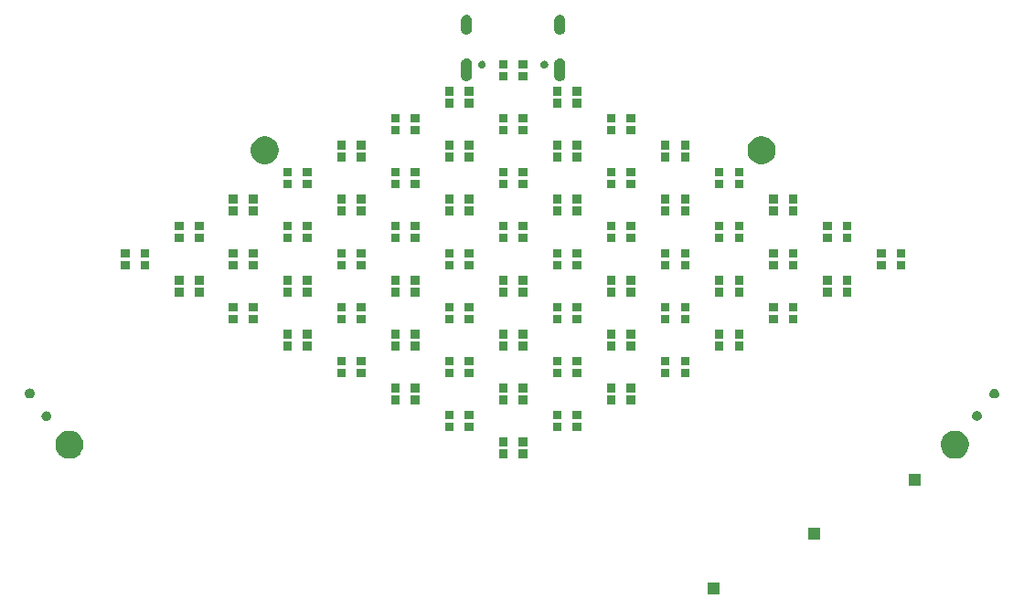
<source format=gbr>
G04 #@! TF.GenerationSoftware,KiCad,Pcbnew,5.1.5+dfsg1-2build2*
G04 #@! TF.CreationDate,2021-06-21T20:14:41+02:00*
G04 #@! TF.ProjectId,chip,63686970-2e6b-4696-9361-645f70636258,rev?*
G04 #@! TF.SameCoordinates,Original*
G04 #@! TF.FileFunction,Soldermask,Bot*
G04 #@! TF.FilePolarity,Negative*
%FSLAX46Y46*%
G04 Gerber Fmt 4.6, Leading zero omitted, Abs format (unit mm)*
G04 Created by KiCad (PCBNEW 5.1.5+dfsg1-2build2) date 2021-06-21 20:14:41*
%MOMM*%
%LPD*%
G04 APERTURE LIST*
%ADD10C,0.100000*%
G04 APERTURE END LIST*
D10*
G36*
X189151000Y-117551000D02*
G01*
X188049000Y-117551000D01*
X188049000Y-116449000D01*
X189151000Y-116449000D01*
X189151000Y-117551000D01*
G37*
G36*
X198451000Y-112551000D02*
G01*
X197349000Y-112551000D01*
X197349000Y-111449000D01*
X198451000Y-111449000D01*
X198451000Y-112551000D01*
G37*
G36*
X207751000Y-107551000D02*
G01*
X206649000Y-107551000D01*
X206649000Y-106449000D01*
X207751000Y-106449000D01*
X207751000Y-107551000D01*
G37*
G36*
X129279487Y-102448996D02*
G01*
X129516253Y-102547068D01*
X129516255Y-102547069D01*
X129729339Y-102689447D01*
X129910553Y-102870661D01*
X130052932Y-103083747D01*
X130151004Y-103320513D01*
X130201000Y-103571861D01*
X130201000Y-103828139D01*
X130151004Y-104079487D01*
X130052932Y-104316253D01*
X130052931Y-104316255D01*
X129910553Y-104529339D01*
X129729339Y-104710553D01*
X129516255Y-104852931D01*
X129516254Y-104852932D01*
X129516253Y-104852932D01*
X129279487Y-104951004D01*
X129028139Y-105001000D01*
X128771861Y-105001000D01*
X128520513Y-104951004D01*
X128283747Y-104852932D01*
X128283746Y-104852932D01*
X128283745Y-104852931D01*
X128070661Y-104710553D01*
X127889447Y-104529339D01*
X127747069Y-104316255D01*
X127747068Y-104316253D01*
X127648996Y-104079487D01*
X127599000Y-103828139D01*
X127599000Y-103571861D01*
X127648996Y-103320513D01*
X127747068Y-103083747D01*
X127889447Y-102870661D01*
X128070661Y-102689447D01*
X128283745Y-102547069D01*
X128283747Y-102547068D01*
X128520513Y-102448996D01*
X128771861Y-102399000D01*
X129028139Y-102399000D01*
X129279487Y-102448996D01*
G37*
G36*
X211279487Y-102448996D02*
G01*
X211516253Y-102547068D01*
X211516255Y-102547069D01*
X211729339Y-102689447D01*
X211910553Y-102870661D01*
X212052932Y-103083747D01*
X212151004Y-103320513D01*
X212201000Y-103571861D01*
X212201000Y-103828139D01*
X212151004Y-104079487D01*
X212052932Y-104316253D01*
X212052931Y-104316255D01*
X211910553Y-104529339D01*
X211729339Y-104710553D01*
X211516255Y-104852931D01*
X211516254Y-104852932D01*
X211516253Y-104852932D01*
X211279487Y-104951004D01*
X211028139Y-105001000D01*
X210771861Y-105001000D01*
X210520513Y-104951004D01*
X210283747Y-104852932D01*
X210283746Y-104852932D01*
X210283745Y-104852931D01*
X210070661Y-104710553D01*
X209889447Y-104529339D01*
X209747069Y-104316255D01*
X209747068Y-104316253D01*
X209648996Y-104079487D01*
X209599000Y-103828139D01*
X209599000Y-103571861D01*
X209648996Y-103320513D01*
X209747068Y-103083747D01*
X209889447Y-102870661D01*
X210070661Y-102689447D01*
X210283745Y-102547069D01*
X210283747Y-102547068D01*
X210520513Y-102448996D01*
X210771861Y-102399000D01*
X211028139Y-102399000D01*
X211279487Y-102448996D01*
G37*
G36*
X169486000Y-104951000D02*
G01*
X168684000Y-104951000D01*
X168684000Y-104149000D01*
X169486000Y-104149000D01*
X169486000Y-104951000D01*
G37*
G36*
X171316000Y-104951000D02*
G01*
X170514000Y-104951000D01*
X170514000Y-104149000D01*
X171316000Y-104149000D01*
X171316000Y-104951000D01*
G37*
G36*
X171316000Y-103851000D02*
G01*
X170514000Y-103851000D01*
X170514000Y-103049000D01*
X171316000Y-103049000D01*
X171316000Y-103851000D01*
G37*
G36*
X169486000Y-103851000D02*
G01*
X168684000Y-103851000D01*
X168684000Y-103049000D01*
X169486000Y-103049000D01*
X169486000Y-103851000D01*
G37*
G36*
X176316000Y-102451000D02*
G01*
X175514000Y-102451000D01*
X175514000Y-101649000D01*
X176316000Y-101649000D01*
X176316000Y-102451000D01*
G37*
G36*
X164486000Y-102451000D02*
G01*
X163684000Y-102451000D01*
X163684000Y-101649000D01*
X164486000Y-101649000D01*
X164486000Y-102451000D01*
G37*
G36*
X174486000Y-102451000D02*
G01*
X173684000Y-102451000D01*
X173684000Y-101649000D01*
X174486000Y-101649000D01*
X174486000Y-102451000D01*
G37*
G36*
X166316000Y-102451000D02*
G01*
X165514000Y-102451000D01*
X165514000Y-101649000D01*
X166316000Y-101649000D01*
X166316000Y-102451000D01*
G37*
G36*
X126895673Y-100618053D02*
G01*
X126977748Y-100652050D01*
X126977750Y-100652051D01*
X127010747Y-100674099D01*
X127051616Y-100701407D01*
X127114436Y-100764227D01*
X127163793Y-100838095D01*
X127197790Y-100920170D01*
X127215121Y-101007301D01*
X127215121Y-101096143D01*
X127197790Y-101183274D01*
X127163793Y-101265349D01*
X127163792Y-101265351D01*
X127114435Y-101339218D01*
X127051617Y-101402036D01*
X126977750Y-101451393D01*
X126977749Y-101451394D01*
X126977748Y-101451394D01*
X126895673Y-101485391D01*
X126808542Y-101502722D01*
X126719700Y-101502722D01*
X126632569Y-101485391D01*
X126550494Y-101451394D01*
X126550493Y-101451394D01*
X126550492Y-101451393D01*
X126476625Y-101402036D01*
X126413807Y-101339218D01*
X126364450Y-101265351D01*
X126364449Y-101265349D01*
X126330452Y-101183274D01*
X126313121Y-101096143D01*
X126313121Y-101007301D01*
X126330452Y-100920170D01*
X126364449Y-100838095D01*
X126413806Y-100764227D01*
X126476626Y-100701407D01*
X126517495Y-100674099D01*
X126550492Y-100652051D01*
X126550494Y-100652050D01*
X126632569Y-100618053D01*
X126719700Y-100600722D01*
X126808542Y-100600722D01*
X126895673Y-100618053D01*
G37*
G36*
X213081192Y-100590745D02*
G01*
X213163267Y-100624742D01*
X213163269Y-100624743D01*
X213200453Y-100649589D01*
X213237135Y-100674099D01*
X213299955Y-100736919D01*
X213349312Y-100810787D01*
X213383309Y-100892862D01*
X213400640Y-100979993D01*
X213400640Y-101068835D01*
X213383309Y-101155966D01*
X213349312Y-101238041D01*
X213349311Y-101238043D01*
X213299954Y-101311910D01*
X213237136Y-101374728D01*
X213163269Y-101424085D01*
X213163268Y-101424086D01*
X213163267Y-101424086D01*
X213081192Y-101458083D01*
X212994061Y-101475414D01*
X212905219Y-101475414D01*
X212818088Y-101458083D01*
X212736013Y-101424086D01*
X212736012Y-101424086D01*
X212736011Y-101424085D01*
X212662144Y-101374728D01*
X212599326Y-101311910D01*
X212549969Y-101238043D01*
X212549968Y-101238041D01*
X212515971Y-101155966D01*
X212498640Y-101068835D01*
X212498640Y-100979993D01*
X212515971Y-100892862D01*
X212549968Y-100810787D01*
X212599325Y-100736919D01*
X212662145Y-100674099D01*
X212698827Y-100649589D01*
X212736011Y-100624743D01*
X212736013Y-100624742D01*
X212818088Y-100590745D01*
X212905219Y-100573414D01*
X212994061Y-100573414D01*
X213081192Y-100590745D01*
G37*
G36*
X164486000Y-101351000D02*
G01*
X163684000Y-101351000D01*
X163684000Y-100549000D01*
X164486000Y-100549000D01*
X164486000Y-101351000D01*
G37*
G36*
X174486000Y-101351000D02*
G01*
X173684000Y-101351000D01*
X173684000Y-100549000D01*
X174486000Y-100549000D01*
X174486000Y-101351000D01*
G37*
G36*
X176316000Y-101351000D02*
G01*
X175514000Y-101351000D01*
X175514000Y-100549000D01*
X176316000Y-100549000D01*
X176316000Y-101351000D01*
G37*
G36*
X166316000Y-101351000D02*
G01*
X165514000Y-101351000D01*
X165514000Y-100549000D01*
X166316000Y-100549000D01*
X166316000Y-101351000D01*
G37*
G36*
X181316000Y-99951000D02*
G01*
X180514000Y-99951000D01*
X180514000Y-99149000D01*
X181316000Y-99149000D01*
X181316000Y-99951000D01*
G37*
G36*
X161316000Y-99951000D02*
G01*
X160514000Y-99951000D01*
X160514000Y-99149000D01*
X161316000Y-99149000D01*
X161316000Y-99951000D01*
G37*
G36*
X159486000Y-99951000D02*
G01*
X158684000Y-99951000D01*
X158684000Y-99149000D01*
X159486000Y-99149000D01*
X159486000Y-99951000D01*
G37*
G36*
X179486000Y-99951000D02*
G01*
X178684000Y-99951000D01*
X178684000Y-99149000D01*
X179486000Y-99149000D01*
X179486000Y-99951000D01*
G37*
G36*
X171316000Y-99951000D02*
G01*
X170514000Y-99951000D01*
X170514000Y-99149000D01*
X171316000Y-99149000D01*
X171316000Y-99951000D01*
G37*
G36*
X169486000Y-99951000D02*
G01*
X168684000Y-99951000D01*
X168684000Y-99149000D01*
X169486000Y-99149000D01*
X169486000Y-99951000D01*
G37*
G36*
X214681912Y-98541917D02*
G01*
X214763987Y-98575914D01*
X214763989Y-98575915D01*
X214796986Y-98597963D01*
X214837855Y-98625271D01*
X214900675Y-98688091D01*
X214950032Y-98761959D01*
X214984029Y-98844034D01*
X215001360Y-98931165D01*
X215001360Y-99020007D01*
X214984029Y-99107138D01*
X214950032Y-99189213D01*
X214950031Y-99189215D01*
X214900674Y-99263082D01*
X214837856Y-99325900D01*
X214763989Y-99375257D01*
X214763988Y-99375258D01*
X214763987Y-99375258D01*
X214681912Y-99409255D01*
X214594781Y-99426586D01*
X214505939Y-99426586D01*
X214418808Y-99409255D01*
X214336733Y-99375258D01*
X214336732Y-99375258D01*
X214336731Y-99375257D01*
X214262864Y-99325900D01*
X214200046Y-99263082D01*
X214150689Y-99189215D01*
X214150688Y-99189213D01*
X214116691Y-99107138D01*
X214099360Y-99020007D01*
X214099360Y-98931165D01*
X214116691Y-98844034D01*
X214150688Y-98761959D01*
X214200045Y-98688091D01*
X214262865Y-98625271D01*
X214303734Y-98597963D01*
X214336731Y-98575915D01*
X214336733Y-98575914D01*
X214418808Y-98541917D01*
X214505939Y-98524586D01*
X214594781Y-98524586D01*
X214681912Y-98541917D01*
G37*
G36*
X125367431Y-98514609D02*
G01*
X125449506Y-98548606D01*
X125449508Y-98548607D01*
X125486692Y-98573453D01*
X125523374Y-98597963D01*
X125586194Y-98660783D01*
X125635551Y-98734651D01*
X125669548Y-98816726D01*
X125686879Y-98903857D01*
X125686879Y-98992699D01*
X125669548Y-99079830D01*
X125640896Y-99149000D01*
X125635550Y-99161907D01*
X125586193Y-99235774D01*
X125523375Y-99298592D01*
X125449508Y-99347949D01*
X125449507Y-99347950D01*
X125449506Y-99347950D01*
X125367431Y-99381947D01*
X125280300Y-99399278D01*
X125191458Y-99399278D01*
X125104327Y-99381947D01*
X125022252Y-99347950D01*
X125022251Y-99347950D01*
X125022250Y-99347949D01*
X124948383Y-99298592D01*
X124885565Y-99235774D01*
X124836208Y-99161907D01*
X124830862Y-99149000D01*
X124802210Y-99079830D01*
X124784879Y-98992699D01*
X124784879Y-98903857D01*
X124802210Y-98816726D01*
X124836207Y-98734651D01*
X124885564Y-98660783D01*
X124948384Y-98597963D01*
X124985066Y-98573453D01*
X125022250Y-98548607D01*
X125022252Y-98548606D01*
X125104327Y-98514609D01*
X125191458Y-98497278D01*
X125280300Y-98497278D01*
X125367431Y-98514609D01*
G37*
G36*
X171316000Y-98851000D02*
G01*
X170514000Y-98851000D01*
X170514000Y-98049000D01*
X171316000Y-98049000D01*
X171316000Y-98851000D01*
G37*
G36*
X181316000Y-98851000D02*
G01*
X180514000Y-98851000D01*
X180514000Y-98049000D01*
X181316000Y-98049000D01*
X181316000Y-98851000D01*
G37*
G36*
X161316000Y-98851000D02*
G01*
X160514000Y-98851000D01*
X160514000Y-98049000D01*
X161316000Y-98049000D01*
X161316000Y-98851000D01*
G37*
G36*
X179486000Y-98851000D02*
G01*
X178684000Y-98851000D01*
X178684000Y-98049000D01*
X179486000Y-98049000D01*
X179486000Y-98851000D01*
G37*
G36*
X169486000Y-98851000D02*
G01*
X168684000Y-98851000D01*
X168684000Y-98049000D01*
X169486000Y-98049000D01*
X169486000Y-98851000D01*
G37*
G36*
X159486000Y-98851000D02*
G01*
X158684000Y-98851000D01*
X158684000Y-98049000D01*
X159486000Y-98049000D01*
X159486000Y-98851000D01*
G37*
G36*
X184486000Y-97451000D02*
G01*
X183684000Y-97451000D01*
X183684000Y-96649000D01*
X184486000Y-96649000D01*
X184486000Y-97451000D01*
G37*
G36*
X186316000Y-97451000D02*
G01*
X185514000Y-97451000D01*
X185514000Y-96649000D01*
X186316000Y-96649000D01*
X186316000Y-97451000D01*
G37*
G36*
X156316000Y-97451000D02*
G01*
X155514000Y-97451000D01*
X155514000Y-96649000D01*
X156316000Y-96649000D01*
X156316000Y-97451000D01*
G37*
G36*
X154486000Y-97451000D02*
G01*
X153684000Y-97451000D01*
X153684000Y-96649000D01*
X154486000Y-96649000D01*
X154486000Y-97451000D01*
G37*
G36*
X176316000Y-97451000D02*
G01*
X175514000Y-97451000D01*
X175514000Y-96649000D01*
X176316000Y-96649000D01*
X176316000Y-97451000D01*
G37*
G36*
X174486000Y-97451000D02*
G01*
X173684000Y-97451000D01*
X173684000Y-96649000D01*
X174486000Y-96649000D01*
X174486000Y-97451000D01*
G37*
G36*
X166316000Y-97451000D02*
G01*
X165514000Y-97451000D01*
X165514000Y-96649000D01*
X166316000Y-96649000D01*
X166316000Y-97451000D01*
G37*
G36*
X164486000Y-97451000D02*
G01*
X163684000Y-97451000D01*
X163684000Y-96649000D01*
X164486000Y-96649000D01*
X164486000Y-97451000D01*
G37*
G36*
X176316000Y-96351000D02*
G01*
X175514000Y-96351000D01*
X175514000Y-95549000D01*
X176316000Y-95549000D01*
X176316000Y-96351000D01*
G37*
G36*
X174486000Y-96351000D02*
G01*
X173684000Y-96351000D01*
X173684000Y-95549000D01*
X174486000Y-95549000D01*
X174486000Y-96351000D01*
G37*
G36*
X156316000Y-96351000D02*
G01*
X155514000Y-96351000D01*
X155514000Y-95549000D01*
X156316000Y-95549000D01*
X156316000Y-96351000D01*
G37*
G36*
X186316000Y-96351000D02*
G01*
X185514000Y-96351000D01*
X185514000Y-95549000D01*
X186316000Y-95549000D01*
X186316000Y-96351000D01*
G37*
G36*
X184486000Y-96351000D02*
G01*
X183684000Y-96351000D01*
X183684000Y-95549000D01*
X184486000Y-95549000D01*
X184486000Y-96351000D01*
G37*
G36*
X166316000Y-96351000D02*
G01*
X165514000Y-96351000D01*
X165514000Y-95549000D01*
X166316000Y-95549000D01*
X166316000Y-96351000D01*
G37*
G36*
X164486000Y-96351000D02*
G01*
X163684000Y-96351000D01*
X163684000Y-95549000D01*
X164486000Y-95549000D01*
X164486000Y-96351000D01*
G37*
G36*
X154486000Y-96351000D02*
G01*
X153684000Y-96351000D01*
X153684000Y-95549000D01*
X154486000Y-95549000D01*
X154486000Y-96351000D01*
G37*
G36*
X149486000Y-94951000D02*
G01*
X148684000Y-94951000D01*
X148684000Y-94149000D01*
X149486000Y-94149000D01*
X149486000Y-94951000D01*
G37*
G36*
X159486000Y-94951000D02*
G01*
X158684000Y-94951000D01*
X158684000Y-94149000D01*
X159486000Y-94149000D01*
X159486000Y-94951000D01*
G37*
G36*
X161316000Y-94951000D02*
G01*
X160514000Y-94951000D01*
X160514000Y-94149000D01*
X161316000Y-94149000D01*
X161316000Y-94951000D01*
G37*
G36*
X169486000Y-94951000D02*
G01*
X168684000Y-94951000D01*
X168684000Y-94149000D01*
X169486000Y-94149000D01*
X169486000Y-94951000D01*
G37*
G36*
X171316000Y-94951000D02*
G01*
X170514000Y-94951000D01*
X170514000Y-94149000D01*
X171316000Y-94149000D01*
X171316000Y-94951000D01*
G37*
G36*
X151316000Y-94951000D02*
G01*
X150514000Y-94951000D01*
X150514000Y-94149000D01*
X151316000Y-94149000D01*
X151316000Y-94951000D01*
G37*
G36*
X189486000Y-94951000D02*
G01*
X188684000Y-94951000D01*
X188684000Y-94149000D01*
X189486000Y-94149000D01*
X189486000Y-94951000D01*
G37*
G36*
X181316000Y-94951000D02*
G01*
X180514000Y-94951000D01*
X180514000Y-94149000D01*
X181316000Y-94149000D01*
X181316000Y-94951000D01*
G37*
G36*
X179486000Y-94951000D02*
G01*
X178684000Y-94951000D01*
X178684000Y-94149000D01*
X179486000Y-94149000D01*
X179486000Y-94951000D01*
G37*
G36*
X191316000Y-94951000D02*
G01*
X190514000Y-94951000D01*
X190514000Y-94149000D01*
X191316000Y-94149000D01*
X191316000Y-94951000D01*
G37*
G36*
X149486000Y-93851000D02*
G01*
X148684000Y-93851000D01*
X148684000Y-93049000D01*
X149486000Y-93049000D01*
X149486000Y-93851000D01*
G37*
G36*
X181316000Y-93851000D02*
G01*
X180514000Y-93851000D01*
X180514000Y-93049000D01*
X181316000Y-93049000D01*
X181316000Y-93851000D01*
G37*
G36*
X179486000Y-93851000D02*
G01*
X178684000Y-93851000D01*
X178684000Y-93049000D01*
X179486000Y-93049000D01*
X179486000Y-93851000D01*
G37*
G36*
X171316000Y-93851000D02*
G01*
X170514000Y-93851000D01*
X170514000Y-93049000D01*
X171316000Y-93049000D01*
X171316000Y-93851000D01*
G37*
G36*
X191316000Y-93851000D02*
G01*
X190514000Y-93851000D01*
X190514000Y-93049000D01*
X191316000Y-93049000D01*
X191316000Y-93851000D01*
G37*
G36*
X189486000Y-93851000D02*
G01*
X188684000Y-93851000D01*
X188684000Y-93049000D01*
X189486000Y-93049000D01*
X189486000Y-93851000D01*
G37*
G36*
X159486000Y-93851000D02*
G01*
X158684000Y-93851000D01*
X158684000Y-93049000D01*
X159486000Y-93049000D01*
X159486000Y-93851000D01*
G37*
G36*
X161316000Y-93851000D02*
G01*
X160514000Y-93851000D01*
X160514000Y-93049000D01*
X161316000Y-93049000D01*
X161316000Y-93851000D01*
G37*
G36*
X151316000Y-93851000D02*
G01*
X150514000Y-93851000D01*
X150514000Y-93049000D01*
X151316000Y-93049000D01*
X151316000Y-93851000D01*
G37*
G36*
X169486000Y-93851000D02*
G01*
X168684000Y-93851000D01*
X168684000Y-93049000D01*
X169486000Y-93049000D01*
X169486000Y-93851000D01*
G37*
G36*
X194486000Y-92451000D02*
G01*
X193684000Y-92451000D01*
X193684000Y-91649000D01*
X194486000Y-91649000D01*
X194486000Y-92451000D01*
G37*
G36*
X154486000Y-92451000D02*
G01*
X153684000Y-92451000D01*
X153684000Y-91649000D01*
X154486000Y-91649000D01*
X154486000Y-92451000D01*
G37*
G36*
X156316000Y-92451000D02*
G01*
X155514000Y-92451000D01*
X155514000Y-91649000D01*
X156316000Y-91649000D01*
X156316000Y-92451000D01*
G37*
G36*
X166316000Y-92451000D02*
G01*
X165514000Y-92451000D01*
X165514000Y-91649000D01*
X166316000Y-91649000D01*
X166316000Y-92451000D01*
G37*
G36*
X164486000Y-92451000D02*
G01*
X163684000Y-92451000D01*
X163684000Y-91649000D01*
X164486000Y-91649000D01*
X164486000Y-92451000D01*
G37*
G36*
X196316000Y-92451000D02*
G01*
X195514000Y-92451000D01*
X195514000Y-91649000D01*
X196316000Y-91649000D01*
X196316000Y-92451000D01*
G37*
G36*
X186316000Y-92451000D02*
G01*
X185514000Y-92451000D01*
X185514000Y-91649000D01*
X186316000Y-91649000D01*
X186316000Y-92451000D01*
G37*
G36*
X184486000Y-92451000D02*
G01*
X183684000Y-92451000D01*
X183684000Y-91649000D01*
X184486000Y-91649000D01*
X184486000Y-92451000D01*
G37*
G36*
X176316000Y-92451000D02*
G01*
X175514000Y-92451000D01*
X175514000Y-91649000D01*
X176316000Y-91649000D01*
X176316000Y-92451000D01*
G37*
G36*
X146316000Y-92451000D02*
G01*
X145514000Y-92451000D01*
X145514000Y-91649000D01*
X146316000Y-91649000D01*
X146316000Y-92451000D01*
G37*
G36*
X174486000Y-92451000D02*
G01*
X173684000Y-92451000D01*
X173684000Y-91649000D01*
X174486000Y-91649000D01*
X174486000Y-92451000D01*
G37*
G36*
X144486000Y-92451000D02*
G01*
X143684000Y-92451000D01*
X143684000Y-91649000D01*
X144486000Y-91649000D01*
X144486000Y-92451000D01*
G37*
G36*
X144486000Y-91351000D02*
G01*
X143684000Y-91351000D01*
X143684000Y-90549000D01*
X144486000Y-90549000D01*
X144486000Y-91351000D01*
G37*
G36*
X154486000Y-91351000D02*
G01*
X153684000Y-91351000D01*
X153684000Y-90549000D01*
X154486000Y-90549000D01*
X154486000Y-91351000D01*
G37*
G36*
X186316000Y-91351000D02*
G01*
X185514000Y-91351000D01*
X185514000Y-90549000D01*
X186316000Y-90549000D01*
X186316000Y-91351000D01*
G37*
G36*
X196316000Y-91351000D02*
G01*
X195514000Y-91351000D01*
X195514000Y-90549000D01*
X196316000Y-90549000D01*
X196316000Y-91351000D01*
G37*
G36*
X184486000Y-91351000D02*
G01*
X183684000Y-91351000D01*
X183684000Y-90549000D01*
X184486000Y-90549000D01*
X184486000Y-91351000D01*
G37*
G36*
X156316000Y-91351000D02*
G01*
X155514000Y-91351000D01*
X155514000Y-90549000D01*
X156316000Y-90549000D01*
X156316000Y-91351000D01*
G37*
G36*
X194486000Y-91351000D02*
G01*
X193684000Y-91351000D01*
X193684000Y-90549000D01*
X194486000Y-90549000D01*
X194486000Y-91351000D01*
G37*
G36*
X146316000Y-91351000D02*
G01*
X145514000Y-91351000D01*
X145514000Y-90549000D01*
X146316000Y-90549000D01*
X146316000Y-91351000D01*
G37*
G36*
X174486000Y-91351000D02*
G01*
X173684000Y-91351000D01*
X173684000Y-90549000D01*
X174486000Y-90549000D01*
X174486000Y-91351000D01*
G37*
G36*
X164486000Y-91351000D02*
G01*
X163684000Y-91351000D01*
X163684000Y-90549000D01*
X164486000Y-90549000D01*
X164486000Y-91351000D01*
G37*
G36*
X166316000Y-91351000D02*
G01*
X165514000Y-91351000D01*
X165514000Y-90549000D01*
X166316000Y-90549000D01*
X166316000Y-91351000D01*
G37*
G36*
X176316000Y-91351000D02*
G01*
X175514000Y-91351000D01*
X175514000Y-90549000D01*
X176316000Y-90549000D01*
X176316000Y-91351000D01*
G37*
G36*
X151316000Y-89951000D02*
G01*
X150514000Y-89951000D01*
X150514000Y-89149000D01*
X151316000Y-89149000D01*
X151316000Y-89951000D01*
G37*
G36*
X149486000Y-89951000D02*
G01*
X148684000Y-89951000D01*
X148684000Y-89149000D01*
X149486000Y-89149000D01*
X149486000Y-89951000D01*
G37*
G36*
X161316000Y-89951000D02*
G01*
X160514000Y-89951000D01*
X160514000Y-89149000D01*
X161316000Y-89149000D01*
X161316000Y-89951000D01*
G37*
G36*
X159486000Y-89951000D02*
G01*
X158684000Y-89951000D01*
X158684000Y-89149000D01*
X159486000Y-89149000D01*
X159486000Y-89951000D01*
G37*
G36*
X139486000Y-89951000D02*
G01*
X138684000Y-89951000D01*
X138684000Y-89149000D01*
X139486000Y-89149000D01*
X139486000Y-89951000D01*
G37*
G36*
X141316000Y-89951000D02*
G01*
X140514000Y-89951000D01*
X140514000Y-89149000D01*
X141316000Y-89149000D01*
X141316000Y-89951000D01*
G37*
G36*
X169486000Y-89951000D02*
G01*
X168684000Y-89951000D01*
X168684000Y-89149000D01*
X169486000Y-89149000D01*
X169486000Y-89951000D01*
G37*
G36*
X179486000Y-89951000D02*
G01*
X178684000Y-89951000D01*
X178684000Y-89149000D01*
X179486000Y-89149000D01*
X179486000Y-89951000D01*
G37*
G36*
X181316000Y-89951000D02*
G01*
X180514000Y-89951000D01*
X180514000Y-89149000D01*
X181316000Y-89149000D01*
X181316000Y-89951000D01*
G37*
G36*
X189486000Y-89951000D02*
G01*
X188684000Y-89951000D01*
X188684000Y-89149000D01*
X189486000Y-89149000D01*
X189486000Y-89951000D01*
G37*
G36*
X191316000Y-89951000D02*
G01*
X190514000Y-89951000D01*
X190514000Y-89149000D01*
X191316000Y-89149000D01*
X191316000Y-89951000D01*
G37*
G36*
X199486000Y-89951000D02*
G01*
X198684000Y-89951000D01*
X198684000Y-89149000D01*
X199486000Y-89149000D01*
X199486000Y-89951000D01*
G37*
G36*
X201316000Y-89951000D02*
G01*
X200514000Y-89951000D01*
X200514000Y-89149000D01*
X201316000Y-89149000D01*
X201316000Y-89951000D01*
G37*
G36*
X171316000Y-89951000D02*
G01*
X170514000Y-89951000D01*
X170514000Y-89149000D01*
X171316000Y-89149000D01*
X171316000Y-89951000D01*
G37*
G36*
X201316000Y-88851000D02*
G01*
X200514000Y-88851000D01*
X200514000Y-88049000D01*
X201316000Y-88049000D01*
X201316000Y-88851000D01*
G37*
G36*
X159486000Y-88851000D02*
G01*
X158684000Y-88851000D01*
X158684000Y-88049000D01*
X159486000Y-88049000D01*
X159486000Y-88851000D01*
G37*
G36*
X181316000Y-88851000D02*
G01*
X180514000Y-88851000D01*
X180514000Y-88049000D01*
X181316000Y-88049000D01*
X181316000Y-88851000D01*
G37*
G36*
X169486000Y-88851000D02*
G01*
X168684000Y-88851000D01*
X168684000Y-88049000D01*
X169486000Y-88049000D01*
X169486000Y-88851000D01*
G37*
G36*
X189486000Y-88851000D02*
G01*
X188684000Y-88851000D01*
X188684000Y-88049000D01*
X189486000Y-88049000D01*
X189486000Y-88851000D01*
G37*
G36*
X191316000Y-88851000D02*
G01*
X190514000Y-88851000D01*
X190514000Y-88049000D01*
X191316000Y-88049000D01*
X191316000Y-88851000D01*
G37*
G36*
X161316000Y-88851000D02*
G01*
X160514000Y-88851000D01*
X160514000Y-88049000D01*
X161316000Y-88049000D01*
X161316000Y-88851000D01*
G37*
G36*
X179486000Y-88851000D02*
G01*
X178684000Y-88851000D01*
X178684000Y-88049000D01*
X179486000Y-88049000D01*
X179486000Y-88851000D01*
G37*
G36*
X139486000Y-88851000D02*
G01*
X138684000Y-88851000D01*
X138684000Y-88049000D01*
X139486000Y-88049000D01*
X139486000Y-88851000D01*
G37*
G36*
X141316000Y-88851000D02*
G01*
X140514000Y-88851000D01*
X140514000Y-88049000D01*
X141316000Y-88049000D01*
X141316000Y-88851000D01*
G37*
G36*
X149486000Y-88851000D02*
G01*
X148684000Y-88851000D01*
X148684000Y-88049000D01*
X149486000Y-88049000D01*
X149486000Y-88851000D01*
G37*
G36*
X151316000Y-88851000D02*
G01*
X150514000Y-88851000D01*
X150514000Y-88049000D01*
X151316000Y-88049000D01*
X151316000Y-88851000D01*
G37*
G36*
X171316000Y-88851000D02*
G01*
X170514000Y-88851000D01*
X170514000Y-88049000D01*
X171316000Y-88049000D01*
X171316000Y-88851000D01*
G37*
G36*
X199486000Y-88851000D02*
G01*
X198684000Y-88851000D01*
X198684000Y-88049000D01*
X199486000Y-88049000D01*
X199486000Y-88851000D01*
G37*
G36*
X144486000Y-87451000D02*
G01*
X143684000Y-87451000D01*
X143684000Y-86649000D01*
X144486000Y-86649000D01*
X144486000Y-87451000D01*
G37*
G36*
X146316000Y-87451000D02*
G01*
X145514000Y-87451000D01*
X145514000Y-86649000D01*
X146316000Y-86649000D01*
X146316000Y-87451000D01*
G37*
G36*
X154486000Y-87451000D02*
G01*
X153684000Y-87451000D01*
X153684000Y-86649000D01*
X154486000Y-86649000D01*
X154486000Y-87451000D01*
G37*
G36*
X156316000Y-87451000D02*
G01*
X155514000Y-87451000D01*
X155514000Y-86649000D01*
X156316000Y-86649000D01*
X156316000Y-87451000D01*
G37*
G36*
X196316000Y-87451000D02*
G01*
X195514000Y-87451000D01*
X195514000Y-86649000D01*
X196316000Y-86649000D01*
X196316000Y-87451000D01*
G37*
G36*
X194486000Y-87451000D02*
G01*
X193684000Y-87451000D01*
X193684000Y-86649000D01*
X194486000Y-86649000D01*
X194486000Y-87451000D01*
G37*
G36*
X176316000Y-87451000D02*
G01*
X175514000Y-87451000D01*
X175514000Y-86649000D01*
X176316000Y-86649000D01*
X176316000Y-87451000D01*
G37*
G36*
X174486000Y-87451000D02*
G01*
X173684000Y-87451000D01*
X173684000Y-86649000D01*
X174486000Y-86649000D01*
X174486000Y-87451000D01*
G37*
G36*
X136316000Y-87451000D02*
G01*
X135514000Y-87451000D01*
X135514000Y-86649000D01*
X136316000Y-86649000D01*
X136316000Y-87451000D01*
G37*
G36*
X204486000Y-87451000D02*
G01*
X203684000Y-87451000D01*
X203684000Y-86649000D01*
X204486000Y-86649000D01*
X204486000Y-87451000D01*
G37*
G36*
X206316000Y-87451000D02*
G01*
X205514000Y-87451000D01*
X205514000Y-86649000D01*
X206316000Y-86649000D01*
X206316000Y-87451000D01*
G37*
G36*
X166316000Y-87451000D02*
G01*
X165514000Y-87451000D01*
X165514000Y-86649000D01*
X166316000Y-86649000D01*
X166316000Y-87451000D01*
G37*
G36*
X164486000Y-87451000D02*
G01*
X163684000Y-87451000D01*
X163684000Y-86649000D01*
X164486000Y-86649000D01*
X164486000Y-87451000D01*
G37*
G36*
X184486000Y-87451000D02*
G01*
X183684000Y-87451000D01*
X183684000Y-86649000D01*
X184486000Y-86649000D01*
X184486000Y-87451000D01*
G37*
G36*
X186316000Y-87451000D02*
G01*
X185514000Y-87451000D01*
X185514000Y-86649000D01*
X186316000Y-86649000D01*
X186316000Y-87451000D01*
G37*
G36*
X134486000Y-87451000D02*
G01*
X133684000Y-87451000D01*
X133684000Y-86649000D01*
X134486000Y-86649000D01*
X134486000Y-87451000D01*
G37*
G36*
X166316000Y-86351000D02*
G01*
X165514000Y-86351000D01*
X165514000Y-85549000D01*
X166316000Y-85549000D01*
X166316000Y-86351000D01*
G37*
G36*
X204486000Y-86351000D02*
G01*
X203684000Y-86351000D01*
X203684000Y-85549000D01*
X204486000Y-85549000D01*
X204486000Y-86351000D01*
G37*
G36*
X196316000Y-86351000D02*
G01*
X195514000Y-86351000D01*
X195514000Y-85549000D01*
X196316000Y-85549000D01*
X196316000Y-86351000D01*
G37*
G36*
X206316000Y-86351000D02*
G01*
X205514000Y-86351000D01*
X205514000Y-85549000D01*
X206316000Y-85549000D01*
X206316000Y-86351000D01*
G37*
G36*
X194486000Y-86351000D02*
G01*
X193684000Y-86351000D01*
X193684000Y-85549000D01*
X194486000Y-85549000D01*
X194486000Y-86351000D01*
G37*
G36*
X156316000Y-86351000D02*
G01*
X155514000Y-86351000D01*
X155514000Y-85549000D01*
X156316000Y-85549000D01*
X156316000Y-86351000D01*
G37*
G36*
X154486000Y-86351000D02*
G01*
X153684000Y-86351000D01*
X153684000Y-85549000D01*
X154486000Y-85549000D01*
X154486000Y-86351000D01*
G37*
G36*
X146316000Y-86351000D02*
G01*
X145514000Y-86351000D01*
X145514000Y-85549000D01*
X146316000Y-85549000D01*
X146316000Y-86351000D01*
G37*
G36*
X144486000Y-86351000D02*
G01*
X143684000Y-86351000D01*
X143684000Y-85549000D01*
X144486000Y-85549000D01*
X144486000Y-86351000D01*
G37*
G36*
X176316000Y-86351000D02*
G01*
X175514000Y-86351000D01*
X175514000Y-85549000D01*
X176316000Y-85549000D01*
X176316000Y-86351000D01*
G37*
G36*
X164486000Y-86351000D02*
G01*
X163684000Y-86351000D01*
X163684000Y-85549000D01*
X164486000Y-85549000D01*
X164486000Y-86351000D01*
G37*
G36*
X184486000Y-86351000D02*
G01*
X183684000Y-86351000D01*
X183684000Y-85549000D01*
X184486000Y-85549000D01*
X184486000Y-86351000D01*
G37*
G36*
X186316000Y-86351000D02*
G01*
X185514000Y-86351000D01*
X185514000Y-85549000D01*
X186316000Y-85549000D01*
X186316000Y-86351000D01*
G37*
G36*
X134486000Y-86351000D02*
G01*
X133684000Y-86351000D01*
X133684000Y-85549000D01*
X134486000Y-85549000D01*
X134486000Y-86351000D01*
G37*
G36*
X174486000Y-86351000D02*
G01*
X173684000Y-86351000D01*
X173684000Y-85549000D01*
X174486000Y-85549000D01*
X174486000Y-86351000D01*
G37*
G36*
X136316000Y-86351000D02*
G01*
X135514000Y-86351000D01*
X135514000Y-85549000D01*
X136316000Y-85549000D01*
X136316000Y-86351000D01*
G37*
G36*
X179486000Y-84951000D02*
G01*
X178684000Y-84951000D01*
X178684000Y-84149000D01*
X179486000Y-84149000D01*
X179486000Y-84951000D01*
G37*
G36*
X159486000Y-84951000D02*
G01*
X158684000Y-84951000D01*
X158684000Y-84149000D01*
X159486000Y-84149000D01*
X159486000Y-84951000D01*
G37*
G36*
X189486000Y-84951000D02*
G01*
X188684000Y-84951000D01*
X188684000Y-84149000D01*
X189486000Y-84149000D01*
X189486000Y-84951000D01*
G37*
G36*
X181316000Y-84951000D02*
G01*
X180514000Y-84951000D01*
X180514000Y-84149000D01*
X181316000Y-84149000D01*
X181316000Y-84951000D01*
G37*
G36*
X191316000Y-84951000D02*
G01*
X190514000Y-84951000D01*
X190514000Y-84149000D01*
X191316000Y-84149000D01*
X191316000Y-84951000D01*
G37*
G36*
X161316000Y-84951000D02*
G01*
X160514000Y-84951000D01*
X160514000Y-84149000D01*
X161316000Y-84149000D01*
X161316000Y-84951000D01*
G37*
G36*
X201316000Y-84951000D02*
G01*
X200514000Y-84951000D01*
X200514000Y-84149000D01*
X201316000Y-84149000D01*
X201316000Y-84951000D01*
G37*
G36*
X151316000Y-84951000D02*
G01*
X150514000Y-84951000D01*
X150514000Y-84149000D01*
X151316000Y-84149000D01*
X151316000Y-84951000D01*
G37*
G36*
X149486000Y-84951000D02*
G01*
X148684000Y-84951000D01*
X148684000Y-84149000D01*
X149486000Y-84149000D01*
X149486000Y-84951000D01*
G37*
G36*
X169486000Y-84951000D02*
G01*
X168684000Y-84951000D01*
X168684000Y-84149000D01*
X169486000Y-84149000D01*
X169486000Y-84951000D01*
G37*
G36*
X141316000Y-84951000D02*
G01*
X140514000Y-84951000D01*
X140514000Y-84149000D01*
X141316000Y-84149000D01*
X141316000Y-84951000D01*
G37*
G36*
X171316000Y-84951000D02*
G01*
X170514000Y-84951000D01*
X170514000Y-84149000D01*
X171316000Y-84149000D01*
X171316000Y-84951000D01*
G37*
G36*
X139486000Y-84951000D02*
G01*
X138684000Y-84951000D01*
X138684000Y-84149000D01*
X139486000Y-84149000D01*
X139486000Y-84951000D01*
G37*
G36*
X199486000Y-84951000D02*
G01*
X198684000Y-84951000D01*
X198684000Y-84149000D01*
X199486000Y-84149000D01*
X199486000Y-84951000D01*
G37*
G36*
X189486000Y-83851000D02*
G01*
X188684000Y-83851000D01*
X188684000Y-83049000D01*
X189486000Y-83049000D01*
X189486000Y-83851000D01*
G37*
G36*
X191316000Y-83851000D02*
G01*
X190514000Y-83851000D01*
X190514000Y-83049000D01*
X191316000Y-83049000D01*
X191316000Y-83851000D01*
G37*
G36*
X169486000Y-83851000D02*
G01*
X168684000Y-83851000D01*
X168684000Y-83049000D01*
X169486000Y-83049000D01*
X169486000Y-83851000D01*
G37*
G36*
X179486000Y-83851000D02*
G01*
X178684000Y-83851000D01*
X178684000Y-83049000D01*
X179486000Y-83049000D01*
X179486000Y-83851000D01*
G37*
G36*
X181316000Y-83851000D02*
G01*
X180514000Y-83851000D01*
X180514000Y-83049000D01*
X181316000Y-83049000D01*
X181316000Y-83851000D01*
G37*
G36*
X171316000Y-83851000D02*
G01*
X170514000Y-83851000D01*
X170514000Y-83049000D01*
X171316000Y-83049000D01*
X171316000Y-83851000D01*
G37*
G36*
X159486000Y-83851000D02*
G01*
X158684000Y-83851000D01*
X158684000Y-83049000D01*
X159486000Y-83049000D01*
X159486000Y-83851000D01*
G37*
G36*
X149486000Y-83851000D02*
G01*
X148684000Y-83851000D01*
X148684000Y-83049000D01*
X149486000Y-83049000D01*
X149486000Y-83851000D01*
G37*
G36*
X141316000Y-83851000D02*
G01*
X140514000Y-83851000D01*
X140514000Y-83049000D01*
X141316000Y-83049000D01*
X141316000Y-83851000D01*
G37*
G36*
X139486000Y-83851000D02*
G01*
X138684000Y-83851000D01*
X138684000Y-83049000D01*
X139486000Y-83049000D01*
X139486000Y-83851000D01*
G37*
G36*
X201316000Y-83851000D02*
G01*
X200514000Y-83851000D01*
X200514000Y-83049000D01*
X201316000Y-83049000D01*
X201316000Y-83851000D01*
G37*
G36*
X199486000Y-83851000D02*
G01*
X198684000Y-83851000D01*
X198684000Y-83049000D01*
X199486000Y-83049000D01*
X199486000Y-83851000D01*
G37*
G36*
X161316000Y-83851000D02*
G01*
X160514000Y-83851000D01*
X160514000Y-83049000D01*
X161316000Y-83049000D01*
X161316000Y-83851000D01*
G37*
G36*
X151316000Y-83851000D02*
G01*
X150514000Y-83851000D01*
X150514000Y-83049000D01*
X151316000Y-83049000D01*
X151316000Y-83851000D01*
G37*
G36*
X156316000Y-82451000D02*
G01*
X155514000Y-82451000D01*
X155514000Y-81649000D01*
X156316000Y-81649000D01*
X156316000Y-82451000D01*
G37*
G36*
X184486000Y-82451000D02*
G01*
X183684000Y-82451000D01*
X183684000Y-81649000D01*
X184486000Y-81649000D01*
X184486000Y-82451000D01*
G37*
G36*
X186316000Y-82451000D02*
G01*
X185514000Y-82451000D01*
X185514000Y-81649000D01*
X186316000Y-81649000D01*
X186316000Y-82451000D01*
G37*
G36*
X174486000Y-82451000D02*
G01*
X173684000Y-82451000D01*
X173684000Y-81649000D01*
X174486000Y-81649000D01*
X174486000Y-82451000D01*
G37*
G36*
X196316000Y-82451000D02*
G01*
X195514000Y-82451000D01*
X195514000Y-81649000D01*
X196316000Y-81649000D01*
X196316000Y-82451000D01*
G37*
G36*
X144486000Y-82451000D02*
G01*
X143684000Y-82451000D01*
X143684000Y-81649000D01*
X144486000Y-81649000D01*
X144486000Y-82451000D01*
G37*
G36*
X176316000Y-82451000D02*
G01*
X175514000Y-82451000D01*
X175514000Y-81649000D01*
X176316000Y-81649000D01*
X176316000Y-82451000D01*
G37*
G36*
X146316000Y-82451000D02*
G01*
X145514000Y-82451000D01*
X145514000Y-81649000D01*
X146316000Y-81649000D01*
X146316000Y-82451000D01*
G37*
G36*
X154486000Y-82451000D02*
G01*
X153684000Y-82451000D01*
X153684000Y-81649000D01*
X154486000Y-81649000D01*
X154486000Y-82451000D01*
G37*
G36*
X164486000Y-82451000D02*
G01*
X163684000Y-82451000D01*
X163684000Y-81649000D01*
X164486000Y-81649000D01*
X164486000Y-82451000D01*
G37*
G36*
X194486000Y-82451000D02*
G01*
X193684000Y-82451000D01*
X193684000Y-81649000D01*
X194486000Y-81649000D01*
X194486000Y-82451000D01*
G37*
G36*
X166316000Y-82451000D02*
G01*
X165514000Y-82451000D01*
X165514000Y-81649000D01*
X166316000Y-81649000D01*
X166316000Y-82451000D01*
G37*
G36*
X194486000Y-81351000D02*
G01*
X193684000Y-81351000D01*
X193684000Y-80549000D01*
X194486000Y-80549000D01*
X194486000Y-81351000D01*
G37*
G36*
X186316000Y-81351000D02*
G01*
X185514000Y-81351000D01*
X185514000Y-80549000D01*
X186316000Y-80549000D01*
X186316000Y-81351000D01*
G37*
G36*
X184486000Y-81351000D02*
G01*
X183684000Y-81351000D01*
X183684000Y-80549000D01*
X184486000Y-80549000D01*
X184486000Y-81351000D01*
G37*
G36*
X176316000Y-81351000D02*
G01*
X175514000Y-81351000D01*
X175514000Y-80549000D01*
X176316000Y-80549000D01*
X176316000Y-81351000D01*
G37*
G36*
X174486000Y-81351000D02*
G01*
X173684000Y-81351000D01*
X173684000Y-80549000D01*
X174486000Y-80549000D01*
X174486000Y-81351000D01*
G37*
G36*
X166316000Y-81351000D02*
G01*
X165514000Y-81351000D01*
X165514000Y-80549000D01*
X166316000Y-80549000D01*
X166316000Y-81351000D01*
G37*
G36*
X156316000Y-81351000D02*
G01*
X155514000Y-81351000D01*
X155514000Y-80549000D01*
X156316000Y-80549000D01*
X156316000Y-81351000D01*
G37*
G36*
X154486000Y-81351000D02*
G01*
X153684000Y-81351000D01*
X153684000Y-80549000D01*
X154486000Y-80549000D01*
X154486000Y-81351000D01*
G37*
G36*
X144486000Y-81351000D02*
G01*
X143684000Y-81351000D01*
X143684000Y-80549000D01*
X144486000Y-80549000D01*
X144486000Y-81351000D01*
G37*
G36*
X196316000Y-81351000D02*
G01*
X195514000Y-81351000D01*
X195514000Y-80549000D01*
X196316000Y-80549000D01*
X196316000Y-81351000D01*
G37*
G36*
X146316000Y-81351000D02*
G01*
X145514000Y-81351000D01*
X145514000Y-80549000D01*
X146316000Y-80549000D01*
X146316000Y-81351000D01*
G37*
G36*
X164486000Y-81351000D02*
G01*
X163684000Y-81351000D01*
X163684000Y-80549000D01*
X164486000Y-80549000D01*
X164486000Y-81351000D01*
G37*
G36*
X171316000Y-79951000D02*
G01*
X170514000Y-79951000D01*
X170514000Y-79149000D01*
X171316000Y-79149000D01*
X171316000Y-79951000D01*
G37*
G36*
X149486000Y-79951000D02*
G01*
X148684000Y-79951000D01*
X148684000Y-79149000D01*
X149486000Y-79149000D01*
X149486000Y-79951000D01*
G37*
G36*
X151316000Y-79951000D02*
G01*
X150514000Y-79951000D01*
X150514000Y-79149000D01*
X151316000Y-79149000D01*
X151316000Y-79951000D01*
G37*
G36*
X159486000Y-79951000D02*
G01*
X158684000Y-79951000D01*
X158684000Y-79149000D01*
X159486000Y-79149000D01*
X159486000Y-79951000D01*
G37*
G36*
X161316000Y-79951000D02*
G01*
X160514000Y-79951000D01*
X160514000Y-79149000D01*
X161316000Y-79149000D01*
X161316000Y-79951000D01*
G37*
G36*
X169486000Y-79951000D02*
G01*
X168684000Y-79951000D01*
X168684000Y-79149000D01*
X169486000Y-79149000D01*
X169486000Y-79951000D01*
G37*
G36*
X191316000Y-79951000D02*
G01*
X190514000Y-79951000D01*
X190514000Y-79149000D01*
X191316000Y-79149000D01*
X191316000Y-79951000D01*
G37*
G36*
X189486000Y-79951000D02*
G01*
X188684000Y-79951000D01*
X188684000Y-79149000D01*
X189486000Y-79149000D01*
X189486000Y-79951000D01*
G37*
G36*
X181316000Y-79951000D02*
G01*
X180514000Y-79951000D01*
X180514000Y-79149000D01*
X181316000Y-79149000D01*
X181316000Y-79951000D01*
G37*
G36*
X179486000Y-79951000D02*
G01*
X178684000Y-79951000D01*
X178684000Y-79149000D01*
X179486000Y-79149000D01*
X179486000Y-79951000D01*
G37*
G36*
X159486000Y-78851000D02*
G01*
X158684000Y-78851000D01*
X158684000Y-78049000D01*
X159486000Y-78049000D01*
X159486000Y-78851000D01*
G37*
G36*
X149486000Y-78851000D02*
G01*
X148684000Y-78851000D01*
X148684000Y-78049000D01*
X149486000Y-78049000D01*
X149486000Y-78851000D01*
G37*
G36*
X151316000Y-78851000D02*
G01*
X150514000Y-78851000D01*
X150514000Y-78049000D01*
X151316000Y-78049000D01*
X151316000Y-78851000D01*
G37*
G36*
X171316000Y-78851000D02*
G01*
X170514000Y-78851000D01*
X170514000Y-78049000D01*
X171316000Y-78049000D01*
X171316000Y-78851000D01*
G37*
G36*
X169486000Y-78851000D02*
G01*
X168684000Y-78851000D01*
X168684000Y-78049000D01*
X169486000Y-78049000D01*
X169486000Y-78851000D01*
G37*
G36*
X161316000Y-78851000D02*
G01*
X160514000Y-78851000D01*
X160514000Y-78049000D01*
X161316000Y-78049000D01*
X161316000Y-78851000D01*
G37*
G36*
X179486000Y-78851000D02*
G01*
X178684000Y-78851000D01*
X178684000Y-78049000D01*
X179486000Y-78049000D01*
X179486000Y-78851000D01*
G37*
G36*
X189486000Y-78851000D02*
G01*
X188684000Y-78851000D01*
X188684000Y-78049000D01*
X189486000Y-78049000D01*
X189486000Y-78851000D01*
G37*
G36*
X191316000Y-78851000D02*
G01*
X190514000Y-78851000D01*
X190514000Y-78049000D01*
X191316000Y-78049000D01*
X191316000Y-78851000D01*
G37*
G36*
X181316000Y-78851000D02*
G01*
X180514000Y-78851000D01*
X180514000Y-78049000D01*
X181316000Y-78049000D01*
X181316000Y-78851000D01*
G37*
G36*
X193379487Y-75148996D02*
G01*
X193616253Y-75247068D01*
X193616255Y-75247069D01*
X193829339Y-75389447D01*
X194010553Y-75570661D01*
X194152932Y-75783747D01*
X194251004Y-76020513D01*
X194301000Y-76271861D01*
X194301000Y-76528139D01*
X194251004Y-76779487D01*
X194152932Y-77016253D01*
X194152931Y-77016255D01*
X194010553Y-77229339D01*
X193829339Y-77410553D01*
X193616255Y-77552931D01*
X193616254Y-77552932D01*
X193616253Y-77552932D01*
X193379487Y-77651004D01*
X193128139Y-77701000D01*
X192871861Y-77701000D01*
X192620513Y-77651004D01*
X192383747Y-77552932D01*
X192383746Y-77552932D01*
X192383745Y-77552931D01*
X192170661Y-77410553D01*
X191989447Y-77229339D01*
X191847069Y-77016255D01*
X191847068Y-77016253D01*
X191748996Y-76779487D01*
X191699000Y-76528139D01*
X191699000Y-76271861D01*
X191748996Y-76020513D01*
X191847068Y-75783747D01*
X191989447Y-75570661D01*
X192170661Y-75389447D01*
X192383745Y-75247069D01*
X192383747Y-75247068D01*
X192620513Y-75148996D01*
X192871861Y-75099000D01*
X193128139Y-75099000D01*
X193379487Y-75148996D01*
G37*
G36*
X147379487Y-75148996D02*
G01*
X147616253Y-75247068D01*
X147616255Y-75247069D01*
X147829339Y-75389447D01*
X148010553Y-75570661D01*
X148152932Y-75783747D01*
X148251004Y-76020513D01*
X148301000Y-76271861D01*
X148301000Y-76528139D01*
X148251004Y-76779487D01*
X148152932Y-77016253D01*
X148152931Y-77016255D01*
X148010553Y-77229339D01*
X147829339Y-77410553D01*
X147616255Y-77552931D01*
X147616254Y-77552932D01*
X147616253Y-77552932D01*
X147379487Y-77651004D01*
X147128139Y-77701000D01*
X146871861Y-77701000D01*
X146620513Y-77651004D01*
X146383747Y-77552932D01*
X146383746Y-77552932D01*
X146383745Y-77552931D01*
X146170661Y-77410553D01*
X145989447Y-77229339D01*
X145847069Y-77016255D01*
X145847068Y-77016253D01*
X145748996Y-76779487D01*
X145699000Y-76528139D01*
X145699000Y-76271861D01*
X145748996Y-76020513D01*
X145847068Y-75783747D01*
X145989447Y-75570661D01*
X146170661Y-75389447D01*
X146383745Y-75247069D01*
X146383747Y-75247068D01*
X146620513Y-75148996D01*
X146871861Y-75099000D01*
X147128139Y-75099000D01*
X147379487Y-75148996D01*
G37*
G36*
X174486000Y-77451000D02*
G01*
X173684000Y-77451000D01*
X173684000Y-76649000D01*
X174486000Y-76649000D01*
X174486000Y-77451000D01*
G37*
G36*
X156316000Y-77451000D02*
G01*
X155514000Y-77451000D01*
X155514000Y-76649000D01*
X156316000Y-76649000D01*
X156316000Y-77451000D01*
G37*
G36*
X154486000Y-77451000D02*
G01*
X153684000Y-77451000D01*
X153684000Y-76649000D01*
X154486000Y-76649000D01*
X154486000Y-77451000D01*
G37*
G36*
X164486000Y-77451000D02*
G01*
X163684000Y-77451000D01*
X163684000Y-76649000D01*
X164486000Y-76649000D01*
X164486000Y-77451000D01*
G37*
G36*
X166316000Y-77451000D02*
G01*
X165514000Y-77451000D01*
X165514000Y-76649000D01*
X166316000Y-76649000D01*
X166316000Y-77451000D01*
G37*
G36*
X186316000Y-77451000D02*
G01*
X185514000Y-77451000D01*
X185514000Y-76649000D01*
X186316000Y-76649000D01*
X186316000Y-77451000D01*
G37*
G36*
X184486000Y-77451000D02*
G01*
X183684000Y-77451000D01*
X183684000Y-76649000D01*
X184486000Y-76649000D01*
X184486000Y-77451000D01*
G37*
G36*
X176316000Y-77451000D02*
G01*
X175514000Y-77451000D01*
X175514000Y-76649000D01*
X176316000Y-76649000D01*
X176316000Y-77451000D01*
G37*
G36*
X154486000Y-76351000D02*
G01*
X153684000Y-76351000D01*
X153684000Y-75549000D01*
X154486000Y-75549000D01*
X154486000Y-76351000D01*
G37*
G36*
X156316000Y-76351000D02*
G01*
X155514000Y-76351000D01*
X155514000Y-75549000D01*
X156316000Y-75549000D01*
X156316000Y-76351000D01*
G37*
G36*
X184486000Y-76351000D02*
G01*
X183684000Y-76351000D01*
X183684000Y-75549000D01*
X184486000Y-75549000D01*
X184486000Y-76351000D01*
G37*
G36*
X186316000Y-76351000D02*
G01*
X185514000Y-76351000D01*
X185514000Y-75549000D01*
X186316000Y-75549000D01*
X186316000Y-76351000D01*
G37*
G36*
X164486000Y-76351000D02*
G01*
X163684000Y-76351000D01*
X163684000Y-75549000D01*
X164486000Y-75549000D01*
X164486000Y-76351000D01*
G37*
G36*
X174486000Y-76351000D02*
G01*
X173684000Y-76351000D01*
X173684000Y-75549000D01*
X174486000Y-75549000D01*
X174486000Y-76351000D01*
G37*
G36*
X176316000Y-76351000D02*
G01*
X175514000Y-76351000D01*
X175514000Y-75549000D01*
X176316000Y-75549000D01*
X176316000Y-76351000D01*
G37*
G36*
X166316000Y-76351000D02*
G01*
X165514000Y-76351000D01*
X165514000Y-75549000D01*
X166316000Y-75549000D01*
X166316000Y-76351000D01*
G37*
G36*
X181316000Y-74951000D02*
G01*
X180514000Y-74951000D01*
X180514000Y-74149000D01*
X181316000Y-74149000D01*
X181316000Y-74951000D01*
G37*
G36*
X179486000Y-74951000D02*
G01*
X178684000Y-74951000D01*
X178684000Y-74149000D01*
X179486000Y-74149000D01*
X179486000Y-74951000D01*
G37*
G36*
X171316000Y-74951000D02*
G01*
X170514000Y-74951000D01*
X170514000Y-74149000D01*
X171316000Y-74149000D01*
X171316000Y-74951000D01*
G37*
G36*
X169486000Y-74951000D02*
G01*
X168684000Y-74951000D01*
X168684000Y-74149000D01*
X169486000Y-74149000D01*
X169486000Y-74951000D01*
G37*
G36*
X159486000Y-74951000D02*
G01*
X158684000Y-74951000D01*
X158684000Y-74149000D01*
X159486000Y-74149000D01*
X159486000Y-74951000D01*
G37*
G36*
X161316000Y-74951000D02*
G01*
X160514000Y-74951000D01*
X160514000Y-74149000D01*
X161316000Y-74149000D01*
X161316000Y-74951000D01*
G37*
G36*
X181316000Y-73851000D02*
G01*
X180514000Y-73851000D01*
X180514000Y-73049000D01*
X181316000Y-73049000D01*
X181316000Y-73851000D01*
G37*
G36*
X179486000Y-73851000D02*
G01*
X178684000Y-73851000D01*
X178684000Y-73049000D01*
X179486000Y-73049000D01*
X179486000Y-73851000D01*
G37*
G36*
X159486000Y-73851000D02*
G01*
X158684000Y-73851000D01*
X158684000Y-73049000D01*
X159486000Y-73049000D01*
X159486000Y-73851000D01*
G37*
G36*
X161316000Y-73851000D02*
G01*
X160514000Y-73851000D01*
X160514000Y-73049000D01*
X161316000Y-73049000D01*
X161316000Y-73851000D01*
G37*
G36*
X169486000Y-73851000D02*
G01*
X168684000Y-73851000D01*
X168684000Y-73049000D01*
X169486000Y-73049000D01*
X169486000Y-73851000D01*
G37*
G36*
X171316000Y-73851000D02*
G01*
X170514000Y-73851000D01*
X170514000Y-73049000D01*
X171316000Y-73049000D01*
X171316000Y-73851000D01*
G37*
G36*
X164486000Y-72451000D02*
G01*
X163684000Y-72451000D01*
X163684000Y-71649000D01*
X164486000Y-71649000D01*
X164486000Y-72451000D01*
G37*
G36*
X166316000Y-72451000D02*
G01*
X165514000Y-72451000D01*
X165514000Y-71649000D01*
X166316000Y-71649000D01*
X166316000Y-72451000D01*
G37*
G36*
X174486000Y-72451000D02*
G01*
X173684000Y-72451000D01*
X173684000Y-71649000D01*
X174486000Y-71649000D01*
X174486000Y-72451000D01*
G37*
G36*
X176316000Y-72451000D02*
G01*
X175514000Y-72451000D01*
X175514000Y-71649000D01*
X176316000Y-71649000D01*
X176316000Y-72451000D01*
G37*
G36*
X176316000Y-71351000D02*
G01*
X175514000Y-71351000D01*
X175514000Y-70549000D01*
X176316000Y-70549000D01*
X176316000Y-71351000D01*
G37*
G36*
X174486000Y-71351000D02*
G01*
X173684000Y-71351000D01*
X173684000Y-70549000D01*
X174486000Y-70549000D01*
X174486000Y-71351000D01*
G37*
G36*
X166316000Y-71351000D02*
G01*
X165514000Y-71351000D01*
X165514000Y-70549000D01*
X166316000Y-70549000D01*
X166316000Y-71351000D01*
G37*
G36*
X164486000Y-71351000D02*
G01*
X163684000Y-71351000D01*
X163684000Y-70549000D01*
X164486000Y-70549000D01*
X164486000Y-71351000D01*
G37*
G36*
X165778213Y-67886249D02*
G01*
X165872652Y-67914897D01*
X165959687Y-67961418D01*
X166035975Y-68024025D01*
X166098582Y-68100313D01*
X166145103Y-68187348D01*
X166173751Y-68281787D01*
X166181000Y-68355388D01*
X166181000Y-69504612D01*
X166173751Y-69578213D01*
X166145103Y-69672652D01*
X166098582Y-69759687D01*
X166035975Y-69835975D01*
X165959687Y-69898582D01*
X165872651Y-69945103D01*
X165778212Y-69973751D01*
X165680000Y-69983424D01*
X165581787Y-69973751D01*
X165487348Y-69945103D01*
X165400313Y-69898582D01*
X165324025Y-69835975D01*
X165261418Y-69759687D01*
X165214897Y-69672651D01*
X165186249Y-69578212D01*
X165179000Y-69504611D01*
X165179001Y-68355388D01*
X165186250Y-68281787D01*
X165214898Y-68187348D01*
X165261419Y-68100313D01*
X165324026Y-68024025D01*
X165400314Y-67961418D01*
X165487349Y-67914897D01*
X165581788Y-67886249D01*
X165680000Y-67876576D01*
X165778213Y-67886249D01*
G37*
G36*
X174418213Y-67886249D02*
G01*
X174512652Y-67914897D01*
X174599687Y-67961418D01*
X174675975Y-68024025D01*
X174738582Y-68100313D01*
X174785103Y-68187348D01*
X174813751Y-68281787D01*
X174821000Y-68355388D01*
X174821000Y-69504612D01*
X174813751Y-69578213D01*
X174785103Y-69672652D01*
X174738582Y-69759687D01*
X174675975Y-69835975D01*
X174599687Y-69898582D01*
X174512651Y-69945103D01*
X174418212Y-69973751D01*
X174320000Y-69983424D01*
X174221787Y-69973751D01*
X174127348Y-69945103D01*
X174040313Y-69898582D01*
X173964025Y-69835975D01*
X173901418Y-69759687D01*
X173854897Y-69672651D01*
X173826249Y-69578212D01*
X173819000Y-69504611D01*
X173819001Y-68355388D01*
X173826250Y-68281787D01*
X173854898Y-68187348D01*
X173901419Y-68100313D01*
X173964026Y-68024025D01*
X174040314Y-67961418D01*
X174127349Y-67914897D01*
X174221788Y-67886249D01*
X174320000Y-67876576D01*
X174418213Y-67886249D01*
G37*
G36*
X171316000Y-69951000D02*
G01*
X170514000Y-69951000D01*
X170514000Y-69149000D01*
X171316000Y-69149000D01*
X171316000Y-69951000D01*
G37*
G36*
X169486000Y-69951000D02*
G01*
X168684000Y-69951000D01*
X168684000Y-69149000D01*
X169486000Y-69149000D01*
X169486000Y-69951000D01*
G37*
G36*
X169486000Y-68851000D02*
G01*
X168684000Y-68851000D01*
X168684000Y-68049000D01*
X169486000Y-68049000D01*
X169486000Y-68851000D01*
G37*
G36*
X171316000Y-68851000D02*
G01*
X170514000Y-68851000D01*
X170514000Y-68049000D01*
X171316000Y-68049000D01*
X171316000Y-68851000D01*
G37*
G36*
X167212383Y-68112489D02*
G01*
X167212386Y-68112490D01*
X167212385Y-68112490D01*
X167276258Y-68138946D01*
X167333748Y-68177360D01*
X167382640Y-68226252D01*
X167421054Y-68283742D01*
X167442624Y-68335818D01*
X167447511Y-68347617D01*
X167461000Y-68415430D01*
X167461000Y-68484570D01*
X167447511Y-68552383D01*
X167447510Y-68552385D01*
X167421054Y-68616258D01*
X167382640Y-68673748D01*
X167333748Y-68722640D01*
X167276258Y-68761054D01*
X167224182Y-68782624D01*
X167212383Y-68787511D01*
X167144570Y-68801000D01*
X167075430Y-68801000D01*
X167007617Y-68787511D01*
X166995818Y-68782624D01*
X166943742Y-68761054D01*
X166886252Y-68722640D01*
X166837360Y-68673748D01*
X166798946Y-68616258D01*
X166772490Y-68552385D01*
X166772489Y-68552383D01*
X166759000Y-68484570D01*
X166759000Y-68415430D01*
X166772489Y-68347617D01*
X166777376Y-68335818D01*
X166798946Y-68283742D01*
X166837360Y-68226252D01*
X166886252Y-68177360D01*
X166943742Y-68138946D01*
X167007615Y-68112490D01*
X167007614Y-68112490D01*
X167007617Y-68112489D01*
X167075430Y-68099000D01*
X167144570Y-68099000D01*
X167212383Y-68112489D01*
G37*
G36*
X172992383Y-68112489D02*
G01*
X172992386Y-68112490D01*
X172992385Y-68112490D01*
X173056258Y-68138946D01*
X173113748Y-68177360D01*
X173162640Y-68226252D01*
X173201054Y-68283742D01*
X173222624Y-68335818D01*
X173227511Y-68347617D01*
X173241000Y-68415430D01*
X173241000Y-68484570D01*
X173227511Y-68552383D01*
X173227510Y-68552385D01*
X173201054Y-68616258D01*
X173162640Y-68673748D01*
X173113748Y-68722640D01*
X173056258Y-68761054D01*
X173004182Y-68782624D01*
X172992383Y-68787511D01*
X172924570Y-68801000D01*
X172855430Y-68801000D01*
X172787617Y-68787511D01*
X172775818Y-68782624D01*
X172723742Y-68761054D01*
X172666252Y-68722640D01*
X172617360Y-68673748D01*
X172578946Y-68616258D01*
X172552490Y-68552385D01*
X172552489Y-68552383D01*
X172539000Y-68484570D01*
X172539000Y-68415430D01*
X172552489Y-68347617D01*
X172557376Y-68335818D01*
X172578946Y-68283742D01*
X172617360Y-68226252D01*
X172666252Y-68177360D01*
X172723742Y-68138946D01*
X172787615Y-68112490D01*
X172787614Y-68112490D01*
X172787617Y-68112489D01*
X172855430Y-68099000D01*
X172924570Y-68099000D01*
X172992383Y-68112489D01*
G37*
G36*
X165778213Y-63866249D02*
G01*
X165872652Y-63894897D01*
X165959687Y-63941418D01*
X166035975Y-64004025D01*
X166098582Y-64080313D01*
X166145103Y-64167348D01*
X166173751Y-64261787D01*
X166181000Y-64335388D01*
X166181000Y-65184612D01*
X166173751Y-65258213D01*
X166145103Y-65352652D01*
X166098582Y-65439687D01*
X166035975Y-65515975D01*
X165959687Y-65578582D01*
X165872651Y-65625103D01*
X165778212Y-65653751D01*
X165680000Y-65663424D01*
X165581787Y-65653751D01*
X165487348Y-65625103D01*
X165400313Y-65578582D01*
X165324025Y-65515975D01*
X165261418Y-65439687D01*
X165214897Y-65352651D01*
X165186249Y-65258212D01*
X165179000Y-65184611D01*
X165179000Y-64335398D01*
X165186250Y-64261786D01*
X165196846Y-64226856D01*
X165214898Y-64167348D01*
X165261419Y-64080313D01*
X165324026Y-64004025D01*
X165400314Y-63941418D01*
X165487349Y-63894897D01*
X165581788Y-63866249D01*
X165680000Y-63856576D01*
X165778213Y-63866249D01*
G37*
G36*
X174418213Y-63866249D02*
G01*
X174512652Y-63894897D01*
X174599687Y-63941418D01*
X174675975Y-64004025D01*
X174738582Y-64080313D01*
X174785103Y-64167348D01*
X174813751Y-64261787D01*
X174821000Y-64335388D01*
X174821000Y-65184612D01*
X174813751Y-65258213D01*
X174785103Y-65352652D01*
X174738582Y-65439687D01*
X174675975Y-65515975D01*
X174599687Y-65578582D01*
X174512651Y-65625103D01*
X174418212Y-65653751D01*
X174320000Y-65663424D01*
X174221787Y-65653751D01*
X174127348Y-65625103D01*
X174040313Y-65578582D01*
X173964025Y-65515975D01*
X173901418Y-65439687D01*
X173854897Y-65352651D01*
X173826249Y-65258212D01*
X173819000Y-65184611D01*
X173819000Y-64335398D01*
X173826250Y-64261786D01*
X173836846Y-64226856D01*
X173854898Y-64167348D01*
X173901419Y-64080313D01*
X173964026Y-64004025D01*
X174040314Y-63941418D01*
X174127349Y-63894897D01*
X174221788Y-63866249D01*
X174320000Y-63856576D01*
X174418213Y-63866249D01*
G37*
M02*

</source>
